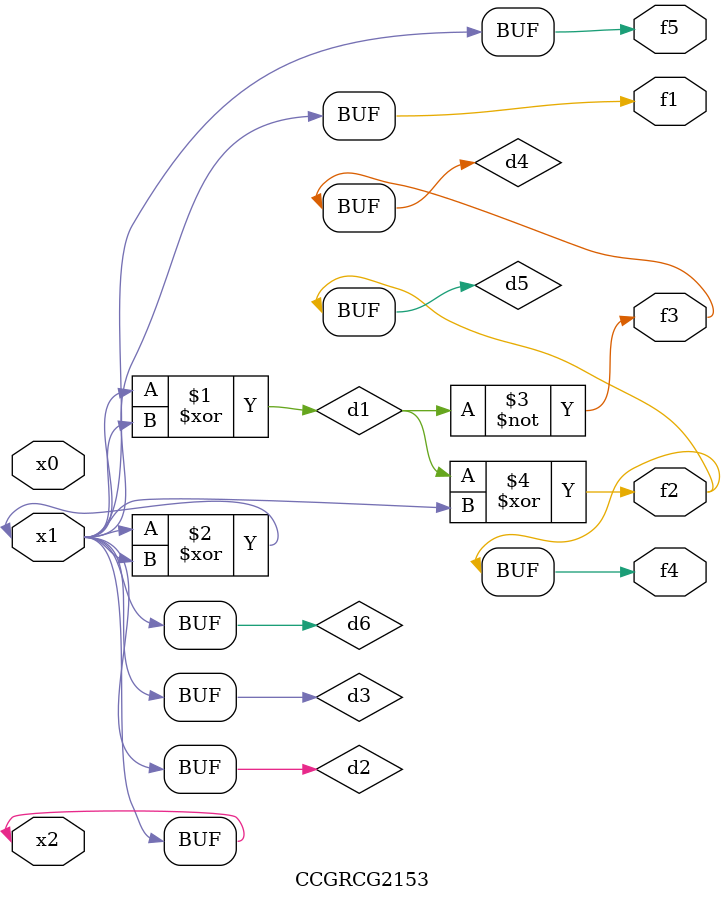
<source format=v>
module CCGRCG2153(
	input x0, x1, x2,
	output f1, f2, f3, f4, f5
);

	wire d1, d2, d3, d4, d5, d6;

	xor (d1, x1, x2);
	buf (d2, x1, x2);
	xor (d3, x1, x2);
	nor (d4, d1);
	xor (d5, d1, d2);
	buf (d6, d2, d3);
	assign f1 = d6;
	assign f2 = d5;
	assign f3 = d4;
	assign f4 = d5;
	assign f5 = d6;
endmodule

</source>
